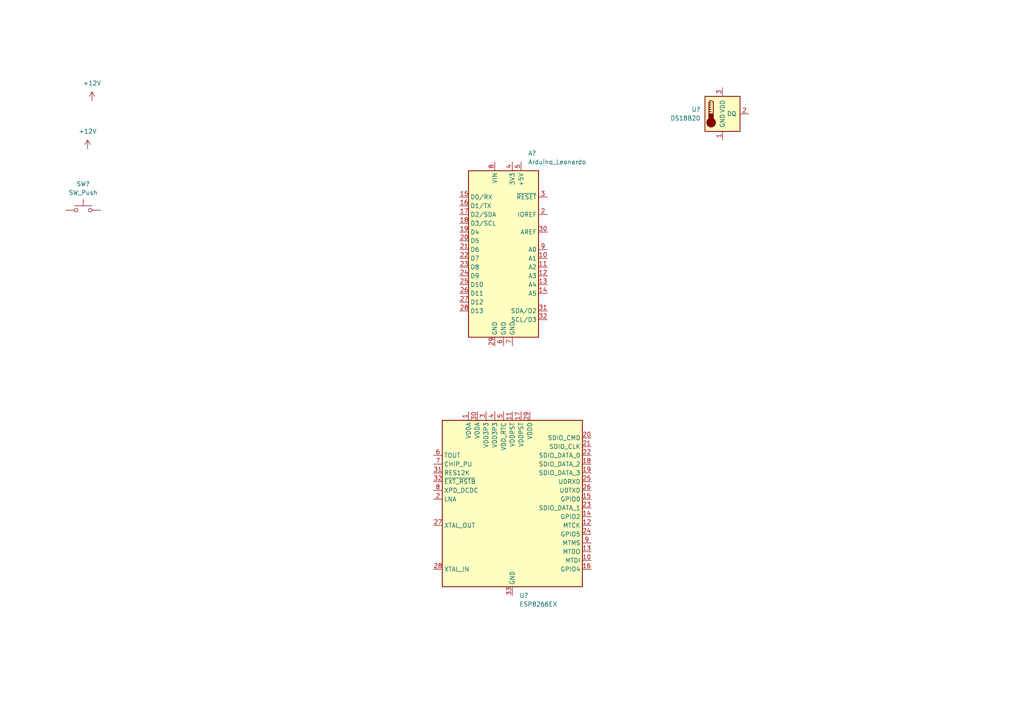
<source format=kicad_sch>
(kicad_sch (version 20211123) (generator eeschema)
  (paper "A4")
  (lib_symbols
    (symbol "MCU_Espressif:ESP8266EX"
      (property "Reference" "U" (at 0 2.54 0))
      (property "Value" "ESP8266EX" (at 0 -2.54 0))
      (symbol "ESP8266EX_0_1"
        (rectangle (start -20.32 22.86) (end 20.32 -25.4) (stroke (width 0.254)) (fill (type background)))
      )
      (symbol "ESP8266EX_1_1"
        (pin power_in line (at -12.7 25.4 270) (length 2.54) (name "VDDA") (number "1"))
        (pin bidirectional line (at 22.86 -17.78 180) (length 2.54) (name "MTDI") (number "10"))
        (pin power_in line (at 0 25.4 270) (length 2.54) (name "VDDPST") (number "11"))
        (pin bidirectional line (at 22.86 -7.62 180) (length 2.54) (name "MTCK") (number "12"))
        (pin bidirectional line (at 22.86 -15.24 180) (length 2.54) (name "MTDO") (number "13"))
        (pin bidirectional line (at 22.86 -5.08 180) (length 2.54) (name "GPIO2") (number "14"))
        (pin bidirectional line (at 22.86 0 180) (length 2.54) (name "GPIO0") (number "15"))
        (pin bidirectional line (at 22.86 -20.32 180) (length 2.54) (name "GPIO4") (number "16"))
        (pin power_in line (at 2.54 25.4 270) (length 2.54) (name "VDDPST") (number "17"))
        (pin bidirectional line (at 22.86 10.16 180) (length 2.54) (name "SDIO_DATA_2") (number "18"))
        (pin bidirectional line (at 22.86 7.62 180) (length 2.54) (name "SDIO_DATA_3") (number "19"))
        (pin bidirectional line (at -22.86 0 0) (length 2.54) (name "LNA") (number "2"))
        (pin bidirectional line (at 22.86 17.78 180) (length 2.54) (name "SDIO_CMD") (number "20"))
        (pin bidirectional line (at 22.86 15.24 180) (length 2.54) (name "SDIO_CLK") (number "21"))
        (pin bidirectional line (at 22.86 12.7 180) (length 2.54) (name "SDIO_DATA_0") (number "22"))
        (pin bidirectional line (at 22.86 -2.54 180) (length 2.54) (name "SDIO_DATA_1") (number "23"))
        (pin bidirectional line (at 22.86 -10.16 180) (length 2.54) (name "GPIO5") (number "24"))
        (pin bidirectional line (at 22.86 5.08 180) (length 2.54) (name "U0RXD") (number "25"))
        (pin bidirectional line (at 22.86 2.54 180) (length 2.54) (name "U0TXD") (number "26"))
        (pin bidirectional line (at -22.86 -7.62 0) (length 2.54) (name "XTAL_OUT") (number "27"))
        (pin bidirectional line (at -22.86 -20.32 0) (length 2.54) (name "XTAL_IN") (number "28"))
        (pin power_in line (at 5.08 25.4 270) (length 2.54) (name "VDDD") (number "29"))
        (pin power_in line (at -7.62 25.4 270) (length 2.54) (name "VDD3P3") (number "3"))
        (pin power_in line (at -10.16 25.4 270) (length 2.54) (name "VDDA") (number "30"))
        (pin input line (at -22.86 7.62 0) (length 2.54) (name "RES12K") (number "31"))
        (pin input line (at -22.86 5.08 0) (length 2.54) (name "~{EXT_RSTB}") (number "32"))
        (pin power_in line (at 0 -27.94 90) (length 2.54) (name "GND") (number "33"))
        (pin power_in line (at -5.08 25.4 270) (length 2.54) (name "VDD3P3") (number "4"))
        (pin power_in line (at -2.54 25.4 270) (length 2.54) (name "VDD_RTC") (number "5"))
        (pin input line (at -22.86 12.7 0) (length 2.54) (name "TOUT") (number "6"))
        (pin input line (at -22.86 10.16 0) (length 2.54) (name "CHIP_PU") (number "7"))
        (pin bidirectional line (at -22.86 2.54 0) (length 2.54) (name "XPD_DCDC") (number "8"))
        (pin bidirectional line (at 22.86 -12.7 180) (length 2.54) (name "MTMS") (number "9"))
      )
    )
    (symbol "MCU_Module:Arduino_Leonardo"
      (property "Reference" "A" (at -10.16 23.495 0))
      (property "Value" "Arduino_Leonardo" (at 5.08 -26.67 0))
      (symbol "Arduino_Leonardo_0_1"
        (rectangle (start -10.16 22.86) (end 10.16 -25.4) (stroke (width 0.254)) (fill (type background)))
      )
      (symbol "Arduino_Leonardo_1_1"
        (pin no_connect line (at -10.16 -20.32 0) (length 2.54) hide (name "NC") (number "1"))
        (pin bidirectional line (at 12.7 -2.54 180) (length 2.54) (name "A1") (number "10"))
        (pin bidirectional line (at 12.7 -5.08 180) (length 2.54) (name "A2") (number "11"))
        (pin bidirectional line (at 12.7 -7.62 180) (length 2.54) (name "A3") (number "12"))
        (pin bidirectional line (at 12.7 -10.16 180) (length 2.54) (name "A4") (number "13"))
        (pin bidirectional line (at 12.7 -12.7 180) (length 2.54) (name "A5") (number "14"))
        (pin bidirectional line (at -12.7 15.24 0) (length 2.54) (name "D0/RX") (number "15"))
        (pin bidirectional line (at -12.7 12.7 0) (length 2.54) (name "D1/TX") (number "16"))
        (pin bidirectional line (at -12.7 10.16 0) (length 2.54) (name "D2/SDA") (number "17"))
        (pin bidirectional line (at -12.7 7.62 0) (length 2.54) (name "D3/SCL") (number "18"))
        (pin bidirectional line (at -12.7 5.08 0) (length 2.54) (name "D4") (number "19"))
        (pin output line (at 12.7 10.16 180) (length 2.54) (name "IOREF") (number "2"))
        (pin bidirectional line (at -12.7 2.54 0) (length 2.54) (name "D5") (number "20"))
        (pin bidirectional line (at -12.7 0 0) (length 2.54) (name "D6") (number "21"))
        (pin bidirectional line (at -12.7 -2.54 0) (length 2.54) (name "D7") (number "22"))
        (pin bidirectional line (at -12.7 -5.08 0) (length 2.54) (name "D8") (number "23"))
        (pin bidirectional line (at -12.7 -7.62 0) (length 2.54) (name "D9") (number "24"))
        (pin bidirectional line (at -12.7 -10.16 0) (length 2.54) (name "D10") (number "25"))
        (pin bidirectional line (at -12.7 -12.7 0) (length 2.54) (name "D11") (number "26"))
        (pin bidirectional line (at -12.7 -15.24 0) (length 2.54) (name "D12") (number "27"))
        (pin bidirectional line (at -12.7 -17.78 0) (length 2.54) (name "D13") (number "28"))
        (pin power_in line (at -2.54 -27.94 90) (length 2.54) (name "GND") (number "29"))
        (pin input line (at 12.7 15.24 180) (length 2.54) (name "~{RESET}") (number "3"))
        (pin input line (at 12.7 5.08 180) (length 2.54) (name "AREF") (number "30"))
        (pin bidirectional line (at 12.7 -17.78 180) (length 2.54) (name "SDA/D2") (number "31"))
        (pin bidirectional line (at 12.7 -20.32 180) (length 2.54) (name "SCL/D3") (number "32"))
        (pin power_out line (at 2.54 25.4 270) (length 2.54) (name "3V3") (number "4"))
        (pin power_out line (at 5.08 25.4 270) (length 2.54) (name "+5V") (number "5"))
        (pin power_in line (at 0 -27.94 90) (length 2.54) (name "GND") (number "6"))
        (pin power_in line (at 2.54 -27.94 90) (length 2.54) (name "GND") (number "7"))
        (pin power_in line (at -2.54 25.4 270) (length 2.54) (name "VIN") (number "8"))
        (pin bidirectional line (at 12.7 0 180) (length 2.54) (name "A0") (number "9"))
      )
    )
    (symbol "Sensor_Temperature:DS18B20" (pin_names (offset 1.016))
      (property "Reference" "U" (at -3.81 6.35 0))
      (property "Value" "DS18B20" (at 6.35 6.35 0))
      (symbol "DS18B20_0_1"
        (rectangle (start -5.08 5.08) (end 5.08 -5.08) (stroke (width 0.254)) (fill (type background)))
        (circle (center -3.302 -2.54) (radius 1.27) (stroke (width 0.254)) (fill (type outline)))
        (rectangle (start -2.667 -1.905) (end -3.937 0) (stroke (width 0.254)) (fill (type outline)))
        (arc (start -2.667 3.175) (mid -3.302 3.81) (end -3.937 3.175) (stroke (width 0.254)))
        (polyline (pts (xy -3.937 0.635) (xy -3.302 0.635)) (stroke (width 0.254)))
        (polyline (pts (xy -3.937 1.27) (xy -3.302 1.27)) (stroke (width 0.254)))
        (polyline (pts (xy -3.937 1.905) (xy -3.302 1.905)) (stroke (width 0.254)))
        (polyline (pts (xy -3.937 2.54) (xy -3.302 2.54)) (stroke (width 0.254)))
        (polyline (pts (xy -3.937 3.175) (xy -3.937 0)) (stroke (width 0.254)))
        (polyline (pts (xy -3.937 3.175) (xy -3.302 3.175)) (stroke (width 0.254)))
        (polyline (pts (xy -2.667 3.175) (xy -2.667 0)) (stroke (width 0.254)))
      )
      (symbol "DS18B20_1_1"
        (pin power_in line (at 0 -7.62 90) (length 2.54) (name "GND") (number "1"))
        (pin bidirectional line (at 7.62 0 180) (length 2.54) (name "DQ") (number "2"))
        (pin power_in line (at 0 7.62 270) (length 2.54) (name "VDD") (number "3"))
      )
    )
    (symbol "Switch:SW_Push" (pin_numbers hide) (pin_names (offset 1.016) hide)
      (property "Reference" "SW" (at 1.27 2.54 0))
      (property "Value" "SW_Push" (at 0 -1.524 0))
      (symbol "SW_Push_0_1"
        (circle (center -2.032 0) (radius 0.508))
        (polyline (pts (xy 0 1.27) (xy 0 3.048)))
        (polyline (pts (xy 2.54 1.27) (xy -2.54 1.27)))
        (circle (center 2.032 0) (radius 0.508))
        (pin passive line (at -5.08 0 0) (length 2.54) (name "1") (number "1"))
        (pin passive line (at 5.08 0 180) (length 2.54) (name "2") (number "2"))
      )
    )
    (symbol "power:+12V" (power) (pin_names (offset 0))
      (property "Value" "+12V" (at 0 3.556 0))
      (symbol "+12V_0_1"
        (polyline (pts (xy -0.762 1.27) (xy 0 2.54)))
        (polyline (pts (xy 0 0) (xy 0 2.54)))
        (polyline (pts (xy 0 2.54) (xy 0.762 1.27)))
      )
      (symbol "+12V_1_1"
        (pin power_in line (at 0 0 90) (length 0) hide (name "+12V") (number "1"))
      )
    )
  )
  (symbol (lib_id "power:+12V") (at 25.4 43.18 0) (unit 1)
    (property "Reference" "#PWR?" (effects hide))
    (property "Value" "+12V" (at 25.4 38.1 0))
  )
  (symbol (lib_id "MCU_Module:Arduino_Leonardo") (at 146.05 72.39 0) (unit 1)
    (property "Reference" "A?" (at 153.1494 44.45 0) (effects (justify left)))
    (property "Value" "Arduino_Leonardo" (at 153.1494 46.99 0) (effects (justify left)))
    (property "Footprint" "Module:Arduino_UNO_R3" (effects hide))
    (property "Datasheet" "https://www.arduino.cc/en/Main/ArduinoBoardLeonardo" (effects hide))
  )
  (symbol (lib_id "MCU_Espressif:ESP8266EX") (at 148.59 144.78 0) (unit 1)
    (property "Reference" "U?" (at 150.6094 172.72 0) (effects (justify left)))
    (property "Value" "ESP8266EX" (at 150.6094 175.26 0) (effects (justify left)))
    (property "Footprint" "Package_DFN_QFN:QFN-32-1EP_5x5mm_P0.5mm_EP3.45x3.45mm" (effects hide))
    (property "Datasheet" "http://espressif.com/sites/default/files/documentation/0a-esp8266ex_datasheet_en.pdf" (effects hide))
  )
  (symbol (lib_id "Sensor_Temperature:DS18B20") (at 209.55 33.02 0) (unit 1)
    (property "Reference" "U?" (at 203.2 31.7499 0) (effects (justify right)))
    (property "Value" "DS18B20" (at 203.2 34.2899 0) (effects (justify right)))
    (property "Footprint" "Package_TO_SOT_THT:TO-92_Inline" (effects hide))
    (property "Datasheet" "http://datasheets.maximintegrated.com/en/ds/DS18B20.pdf" (effects hide))
  )
  (symbol (lib_id "Switch:SW_Push") (at 24.13 60.96 0) (unit 1)
    (property "Reference" "SW?" (at 24.13 53.34 0))
    (property "Value" "SW_Push" (at 24.13 55.88 0))
  )
  (symbol (lib_id "power:+12V") (at 26.67 29.21 0) (unit 1)
    (property "Reference" "#PWR?" (effects hide))
    (property "Value" "+12V" (at 26.67 24.13 0))
  )
)
</source>
